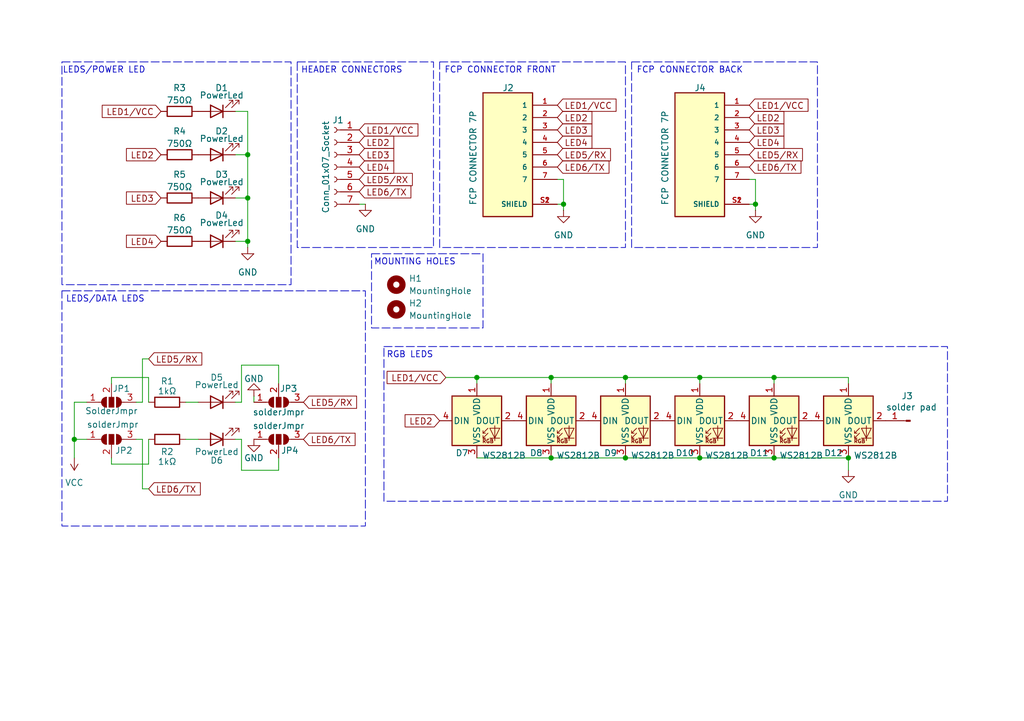
<source format=kicad_sch>
(kicad_sch (version 20231120) (generator "eeschema") (generator_version "8.0")
  (paper "A5")
  (title_block (title "LEDS PCB") (date "2025-01-21") (rev "1") (company "DECTRONICS"))
  (lib_symbols
    (symbol "Connector:Conn_01x01_Pin" (pin_names (offset 1.016) hide)
      (property "Reference" "J" (at 0 2.54 0))
      (property "Value" "Conn_01x01_Pin" (at 0 -2.54 0))
      (symbol "Conn_01x01_Pin_1_1"
        (polyline (pts (xy 1.27 0) (xy 0.8636 0)) (stroke (width 0.1524)))
        (rectangle (start 0.8636 0.127) (end 0 -0.127) (stroke (width 0.1524)) (fill (type outline)))
        (pin passive line (at 5.08 0 180) (length 3.81) (name "Pin_1") (number "1"))
      )
    )
    (symbol "Connector:Conn_01x07_Socket" (pin_names (offset 1.016) hide)
      (property "Reference" "J" (at 0 10.16 0))
      (property "Value" "Conn_01x07_Socket" (at 0 -10.16 0))
      (symbol "Conn_01x07_Socket_1_1"
        (arc (start 0 -7.112) (mid -0.5058 -7.62) (end 0 -8.128) (stroke (width 0.1524)))
        (arc (start 0 -4.572) (mid -0.5058 -5.08) (end 0 -5.588) (stroke (width 0.1524)))
        (arc (start 0 -2.032) (mid -0.5058 -2.54) (end 0 -3.048) (stroke (width 0.1524)))
        (polyline (pts (xy -1.27 -7.62) (xy -0.508 -7.62)) (stroke (width 0.1524)))
        (polyline (pts (xy -1.27 -5.08) (xy -0.508 -5.08)) (stroke (width 0.1524)))
        (polyline (pts (xy -1.27 -2.54) (xy -0.508 -2.54)) (stroke (width 0.1524)))
        (polyline (pts (xy -1.27 0) (xy -0.508 0)) (stroke (width 0.1524)))
        (polyline (pts (xy -1.27 2.54) (xy -0.508 2.54)) (stroke (width 0.1524)))
        (polyline (pts (xy -1.27 5.08) (xy -0.508 5.08)) (stroke (width 0.1524)))
        (polyline (pts (xy -1.27 7.62) (xy -0.508 7.62)) (stroke (width 0.1524)))
        (arc (start 0 0.508) (mid -0.5058 0) (end 0 -0.508) (stroke (width 0.1524)))
        (arc (start 0 3.048) (mid -0.5058 2.54) (end 0 2.032) (stroke (width 0.1524)))
        (arc (start 0 5.588) (mid -0.5058 5.08) (end 0 4.572) (stroke (width 0.1524)))
        (arc (start 0 8.128) (mid -0.5058 7.62) (end 0 7.112) (stroke (width 0.1524)))
        (pin passive line (at -5.08 7.62 0) (length 3.81) (name "Pin_1") (number "1"))
        (pin passive line (at -5.08 5.08 0) (length 3.81) (name "Pin_2") (number "2"))
        (pin passive line (at -5.08 2.54 0) (length 3.81) (name "Pin_3") (number "3"))
        (pin passive line (at -5.08 0 0) (length 3.81) (name "Pin_4") (number "4"))
        (pin passive line (at -5.08 -2.54 0) (length 3.81) (name "Pin_5") (number "5"))
        (pin passive line (at -5.08 -5.08 0) (length 3.81) (name "Pin_6") (number "6"))
        (pin passive line (at -5.08 -7.62 0) (length 3.81) (name "Pin_7") (number "7"))
      )
    )
    (symbol "Device:LED" (pin_numbers hide) (pin_names (offset 1.016) hide)
      (property "Reference" "D" (at 0 2.54 0))
      (property "Value" "LED" (at 0 -2.54 0))
      (symbol "LED_0_1"
        (polyline (pts (xy -1.27 -1.27) (xy -1.27 1.27)) (stroke (width 0.254)))
        (polyline (pts (xy -1.27 0) (xy 1.27 0)))
        (polyline (pts (xy 1.27 -1.27) (xy 1.27 1.27) (xy -1.27 0) (xy 1.27 -1.27)) (stroke (width 0.254)))
        (polyline (pts (xy -3.048 -0.762) (xy -4.572 -2.286) (xy -3.81 -2.286) (xy -4.572 -2.286) (xy -4.572 -1.524)))
        (polyline (pts (xy -1.778 -0.762) (xy -3.302 -2.286) (xy -2.54 -2.286) (xy -3.302 -2.286) (xy -3.302 -1.524)))
      )
      (symbol "LED_1_1"
        (pin passive line (at -3.81 0 0) (length 2.54) (name "K") (number "1"))
        (pin passive line (at 3.81 0 180) (length 2.54) (name "A") (number "2"))
      )
    )
    (symbol "Device:R" (pin_numbers hide) (pin_names (offset 0))
      (property "Reference" "R" (at 2.032 0 90))
      (property "Value" "R" (at 0 0 90))
      (symbol "R_0_1"
        (rectangle (start -1.016 -2.54) (end 1.016 2.54) (stroke (width 0.254)))
      )
      (symbol "R_1_1"
        (pin passive line (at 0 3.81 270) (length 1.27) (name "~") (number "1"))
        (pin passive line (at 0 -3.81 90) (length 1.27) (name "~") (number "2"))
      )
    )
    (symbol "FCP7P:84953-7" (pin_names (offset 1.016))
      (property "Reference" "J" (at -5.08 13.97 0))
      (property "Value" "84953-7" (at -5.08 -15.24 0))
      (symbol "84953-7_0_0"
        (rectangle (start -5.08 -12.7) (end 5.08 12.7) (stroke (width 0.254)) (fill (type background)))
        (pin passive line (at -10.16 10.16 0) (length 5.08) (name "1") (number "1"))
        (pin passive line (at -10.16 7.62 0) (length 5.08) (name "2") (number "2"))
        (pin passive line (at -10.16 5.08 0) (length 5.08) (name "3") (number "3"))
        (pin passive line (at -10.16 2.54 0) (length 5.08) (name "4") (number "4"))
        (pin passive line (at -10.16 0 0) (length 5.08) (name "5") (number "5"))
        (pin passive line (at -10.16 -2.54 0) (length 5.08) (name "6") (number "6"))
        (pin passive line (at -10.16 -5.08 0) (length 5.08) (name "7") (number "7"))
        (pin passive line (at -10.16 -10.16 0) (length 5.08) (name "SHIELD") (number "S1"))
        (pin passive line (at -10.16 -10.16 0) (length 5.08) (name "SHIELD") (number "S2"))
      )
    )
    (symbol "Jumper:SolderJumper_3_Open" (pin_names (offset 0) hide) (exclude_from_sim yes) (in_bom no)
      (property "Reference" "JP" (at -2.54 -2.54 0))
      (property "Value" "SolderJumper_3_Open" (at 0 2.794 0))
      (symbol "SolderJumper_3_Open_0_1"
        (arc (start -1.016 1.016) (mid -2.0276 0) (end -1.016 -1.016))
        (arc (start -1.016 1.016) (mid -2.0276 0) (end -1.016 -1.016) (fill (type outline)))
        (rectangle (start -0.508 1.016) (end 0.508 -1.016) (fill (type outline)))
        (polyline (pts (xy -2.54 0) (xy -2.032 0)))
        (polyline (pts (xy -1.016 1.016) (xy -1.016 -1.016)))
        (polyline (pts (xy 0 -1.27) (xy 0 -1.016)))
        (polyline (pts (xy 1.016 1.016) (xy 1.016 -1.016)))
        (polyline (pts (xy 2.54 0) (xy 2.032 0)))
        (arc (start 1.016 -1.016) (mid 2.0276 0) (end 1.016 1.016))
        (arc (start 1.016 -1.016) (mid 2.0276 0) (end 1.016 1.016) (fill (type outline)))
      )
      (symbol "SolderJumper_3_Open_1_1"
        (pin passive line (at -5.08 0 0) (length 2.54) (name "A") (number "1"))
        (pin passive line (at 0 -3.81 90) (length 2.54) (name "C") (number "2"))
        (pin passive line (at 5.08 0 180) (length 2.54) (name "B") (number "3"))
      )
    )
    (symbol "LED:WS2812B" (pin_names (offset 0.254))
      (property "Reference" "D" (at 5.08 5.715 0))
      (property "Value" "WS2812B" (at 1.27 -5.715 0))
      (symbol "WS2812B_0_0"
        (text "RGB" (at 2.286 -4.191 0) (effects (font (size 0.762 0.762))))
      )
      (symbol "WS2812B_0_1"
        (polyline (pts (xy 1.27 -3.556) (xy 1.778 -3.556)))
        (polyline (pts (xy 1.27 -2.54) (xy 1.778 -2.54)))
        (polyline (pts (xy 4.699 -3.556) (xy 2.667 -3.556)))
        (polyline (pts (xy 2.286 -2.54) (xy 1.27 -3.556) (xy 1.27 -3.048)))
        (polyline (pts (xy 2.286 -1.524) (xy 1.27 -2.54) (xy 1.27 -2.032)))
        (polyline (pts (xy 3.683 -1.016) (xy 3.683 -3.556) (xy 3.683 -4.064)))
        (polyline (pts (xy 4.699 -1.524) (xy 2.667 -1.524) (xy 3.683 -3.556) (xy 4.699 -1.524)))
        (rectangle (start 5.08 5.08) (end -5.08 -5.08) (stroke (width 0.254)) (fill (type background)))
      )
      (symbol "WS2812B_1_1"
        (pin power_in line (at 0 7.62 270) (length 2.54) (name "VDD") (number "1"))
        (pin output line (at 7.62 0 180) (length 2.54) (name "DOUT") (number "2"))
        (pin power_in line (at 0 -7.62 90) (length 2.54) (name "VSS") (number "3"))
        (pin input line (at -7.62 0 0) (length 2.54) (name "DIN") (number "4"))
      )
    )
    (symbol "Mechanical:MountingHole" (pin_names (offset 1.016))
      (property "Reference" "H" (at 0 5.08 0))
      (property "Value" "MountingHole" (at 0 3.175 0))
      (symbol "MountingHole_0_1"
        (circle (center 0 0) (radius 1.27) (stroke (width 1.27)))
      )
    )
    (symbol "power:GND" (power) (pin_numbers hide) (pin_names (offset 0) hide)
      (property "Value" "GND" (at 0 -3.81 0))
      (symbol "GND_0_1"
        (polyline (pts (xy 0 0) (xy 0 -1.27) (xy 1.27 -1.27) (xy 0 -2.54) (xy -1.27 -1.27) (xy 0 -1.27)))
      )
      (symbol "GND_1_1"
        (pin power_in line (at 0 0 270) (length 0) (name "~") (number "1"))
      )
    )
    (symbol "power:VCC" (power) (pin_numbers hide) (pin_names (offset 0) hide)
      (property "Value" "VCC" (at 0 3.556 0))
      (symbol "VCC_0_1"
        (polyline (pts (xy -0.762 1.27) (xy 0 2.54)))
        (polyline (pts (xy 0 0) (xy 0 2.54)))
        (polyline (pts (xy 0 2.54) (xy 0.762 1.27)))
      )
      (symbol "VCC_1_1"
        (pin power_in line (at 0 0 90) (length 0) (name "~") (number "1"))
      )
    )
  )
  (junction (at 143.51 77.47))
  (junction (at 128.27 93.98))
  (junction (at 154.94 41.91))
  (junction (at 113.03 77.47))
  (junction (at 50.8 40.64))
  (junction (at 173.99 93.98))
  (junction (at 128.27 77.47))
  (junction (at 97.79 77.47))
  (junction (at 115.57 41.91))
  (junction (at 158.75 77.47))
  (junction (at 113.03 93.98))
  (junction (at 143.51 93.98))
  (junction (at 50.8 31.75))
  (junction (at 158.75 93.98))
  (junction (at 15.24 90.17))
  (junction (at 50.8 49.53))
  (wire (pts (xy 173.99 77.47) (xy 173.99 78.74)))
  (wire (pts (xy 22.86 77.47) (xy 22.86 78.74)))
  (wire (pts (xy 29.21 90.17) (xy 27.94 90.17)))
  (wire (pts (xy 29.21 90.17) (xy 29.21 100.33)))
  (wire (pts (xy 143.51 77.47) (xy 143.51 78.74)))
  (wire (pts (xy 29.21 82.55) (xy 29.21 73.66)))
  (wire (pts (xy 49.53 74.93) (xy 49.53 82.55)))
  (wire (pts (xy 57.15 96.52) (xy 57.15 93.98)))
  (wire (pts (xy 49.53 96.52) (xy 57.15 96.52)))
  (wire (pts (xy 128.27 77.47) (xy 128.27 78.74)))
  (wire (pts (xy 115.57 36.83) (xy 114.3 36.83)))
  (wire (pts (xy 50.8 31.75) (xy 48.26 31.75)))
  (wire (pts (xy 30.48 95.25) (xy 22.86 95.25)))
  (wire (pts (xy 115.57 41.91) (xy 115.57 36.83)))
  (wire (pts (xy 91.44 77.47) (xy 97.79 77.47)))
  (wire (pts (xy 97.79 77.47) (xy 113.03 77.47)))
  (wire (pts (xy 22.86 95.25) (xy 22.86 93.98)))
  (wire (pts (xy 29.21 100.33) (xy 30.48 100.33)))
  (wire (pts (xy 154.94 36.83) (xy 153.67 36.83)))
  (wire (pts (xy 48.26 90.17) (xy 49.53 90.17)))
  (wire (pts (xy 154.94 43.18) (xy 154.94 41.91)))
  (wire (pts (xy 74.93 41.91) (xy 73.66 41.91)))
  (wire (pts (xy 158.75 77.47) (xy 173.99 77.47)))
  (wire (pts (xy 128.27 77.47) (xy 143.51 77.47)))
  (wire (pts (xy 50.8 40.64) (xy 50.8 31.75)))
  (wire (pts (xy 154.94 41.91) (xy 154.94 36.83)))
  (wire (pts (xy 158.75 93.98) (xy 173.99 93.98)))
  (wire (pts (xy 49.53 82.55) (xy 48.26 82.55)))
  (wire (pts (xy 114.3 41.91) (xy 115.57 41.91)))
  (wire (pts (xy 27.94 82.55) (xy 29.21 82.55)))
  (wire (pts (xy 30.48 77.47) (xy 22.86 77.47)))
  (wire (pts (xy 115.57 43.18) (xy 115.57 41.91)))
  (wire (pts (xy 48.26 40.64) (xy 50.8 40.64)))
  (wire (pts (xy 15.24 93.98) (xy 15.24 90.17)))
  (wire (pts (xy 153.67 41.91) (xy 154.94 41.91)))
  (wire (pts (xy 113.03 93.98) (xy 128.27 93.98)))
  (wire (pts (xy 38.1 82.55) (xy 40.64 82.55)))
  (wire (pts (xy 97.79 93.98) (xy 113.03 93.98)))
  (wire (pts (xy 57.15 78.74) (xy 57.15 74.93)))
  (wire (pts (xy 48.26 22.86) (xy 50.8 22.86)))
  (wire (pts (xy 113.03 77.47) (xy 128.27 77.47)))
  (wire (pts (xy 50.8 49.53) (xy 50.8 40.64)))
  (wire (pts (xy 57.15 74.93) (xy 49.53 74.93)))
  (wire (pts (xy 48.26 49.53) (xy 50.8 49.53)))
  (wire (pts (xy 38.1 90.17) (xy 40.64 90.17)))
  (wire (pts (xy 143.51 77.47) (xy 158.75 77.47)))
  (wire (pts (xy 52.07 81.28) (xy 52.07 82.55)))
  (wire (pts (xy 50.8 50.8) (xy 50.8 49.53)))
  (wire (pts (xy 15.24 90.17) (xy 17.78 90.17)))
  (wire (pts (xy 128.27 93.98) (xy 143.51 93.98)))
  (wire (pts (xy 15.24 82.55) (xy 15.24 90.17)))
  (wire (pts (xy 15.24 82.55) (xy 17.78 82.55)))
  (wire (pts (xy 49.53 90.17) (xy 49.53 96.52)))
  (wire (pts (xy 97.79 77.47) (xy 97.79 78.74)))
  (wire (pts (xy 158.75 77.47) (xy 158.75 78.74)))
  (wire (pts (xy 30.48 82.55) (xy 30.48 77.47)))
  (wire (pts (xy 143.51 93.98) (xy 158.75 93.98)))
  (wire (pts (xy 113.03 77.47) (xy 113.03 78.74)))
  (wire (pts (xy 50.8 22.86) (xy 50.8 31.75)))
  (wire (pts (xy 173.99 93.98) (xy 173.99 96.52)))
  (wire (pts (xy 30.48 90.17) (xy 30.48 95.25)))
  (wire (pts (xy 29.21 73.66) (xy 30.48 73.66)))
  (rectangle (start 12.7 12.7) (end 59.69 58.42) (stroke (width 0) (type dash)))
  (rectangle (start 78.74 71.12) (end 194.31 102.87) (stroke (width 0) (type dash)))
  (rectangle (start 12.7 59.69) (end 74.93 107.95) (stroke (width 0) (type dash)))
  (rectangle (start 129.54 12.7) (end 167.64 50.8) (stroke (width 0) (type dash)))
  (rectangle (start 76.2 52.07) (end 99.06 67.31) (stroke (width 0) (type dash)))
  (rectangle (start 90.17 12.7) (end 128.27 50.8) (stroke (width 0) (type dash)))
  (rectangle (start 60.96 12.7) (end 88.9 50.8) (stroke (width 0) (type dash)))
  (text "LEDS/POWER LED" (at 21.336 14.478 0) (effects (font (size 1.27 1.27))))
  (text "LEDS/DATA LEDS" (at 21.59 61.468 0) (effects (font (size 1.27 1.27))))
  (text "RGB LEDS" (at 84.074 72.898 0) (effects (font (size 1.27 1.27))))
  (text "FCP CONNECTOR BACK" (at 141.478 14.478 0) (effects (font (size 1.27 1.27))))
  (text "MOUNTING HOLES" (at 85.09 53.848 0) (effects (font (size 1.27 1.27))))
  (text "FCP CONNECTOR FRONT" (at 102.616 14.478 0) (effects (font (size 1.27 1.27))))
  (text "HEADER CONNECTORS" (at 72.136 14.478 0) (effects (font (size 1.27 1.27))))
  (global_label "LED5{slash}RX" (shape input) (at 73.66 36.83 0) (property "Intersheetrefs" "${INTERSHEET_REFS}" (effects (hide yes))))
  (global_label "LED5{slash}RX" (shape input) (at 153.67 31.75 0) (property "Intersheetrefs" "${INTERSHEET_REFS}" (effects (hide yes))))
  (global_label "LED6{slash}TX" (shape input) (at 62.23 90.17 0) (property "Intersheetrefs" "${INTERSHEET_REFS}" (effects (hide yes))))
  (global_label "LED5{slash}RX" (shape input) (at 30.48 73.66 0) (property "Intersheetrefs" "${INTERSHEET_REFS}" (effects (hide yes))))
  (global_label "LED5{slash}RX" (shape input) (at 114.3 31.75 0) (property "Intersheetrefs" "${INTERSHEET_REFS}" (effects (hide yes))))
  (global_label "LED3" (shape input) (at 153.67 26.67 0) (property "Intersheetrefs" "${INTERSHEET_REFS}" (effects (hide yes))))
  (global_label "LED4" (shape input) (at 153.67 29.21 0) (property "Intersheetrefs" "${INTERSHEET_REFS}" (effects (hide yes))))
  (global_label "LED1{slash}VCC" (shape input) (at 91.44 77.47 180) (property "Intersheetrefs" "${INTERSHEET_REFS}" (effects (hide yes))))
  (global_label "LED3" (shape input) (at 33.02 40.64 180) (property "Intersheetrefs" "${INTERSHEET_REFS}" (effects (hide yes))))
  (global_label "LED2" (shape input) (at 73.66 29.21 0) (property "Intersheetrefs" "${INTERSHEET_REFS}" (effects (hide yes))))
  (global_label "LED1{slash}VCC" (shape input) (at 73.66 26.67 0) (property "Intersheetrefs" "${INTERSHEET_REFS}" (effects (hide yes))))
  (global_label "LED6{slash}TX" (shape input) (at 73.66 39.37 0) (property "Intersheetrefs" "${INTERSHEET_REFS}" (effects (hide yes))))
  (global_label "LED3" (shape input) (at 73.66 31.75 0) (property "Intersheetrefs" "${INTERSHEET_REFS}" (effects (hide yes))))
  (global_label "LED2" (shape input) (at 90.17 86.36 180) (property "Intersheetrefs" "${INTERSHEET_REFS}" (effects (hide yes))))
  (global_label "LED6{slash}TX" (shape input) (at 114.3 34.29 0) (property "Intersheetrefs" "${INTERSHEET_REFS}" (effects (hide yes))))
  (global_label "LED6{slash}TX" (shape input) (at 153.67 34.29 0) (property "Intersheetrefs" "${INTERSHEET_REFS}" (effects (hide yes))))
  (global_label "LED3" (shape input) (at 114.3 26.67 0) (property "Intersheetrefs" "${INTERSHEET_REFS}" (effects (hide yes))))
  (global_label "LED4" (shape input) (at 114.3 29.21 0) (property "Intersheetrefs" "${INTERSHEET_REFS}" (effects (hide yes))))
  (global_label "LED4" (shape input) (at 73.66 34.29 0) (property "Intersheetrefs" "${INTERSHEET_REFS}" (effects (hide yes))))
  (global_label "LED2" (shape input) (at 33.02 31.75 180) (property "Intersheetrefs" "${INTERSHEET_REFS}" (effects (hide yes))))
  (global_label "LED1{slash}VCC" (shape input) (at 114.3 21.59 0) (property "Intersheetrefs" "${INTERSHEET_REFS}" (effects (hide yes))))
  (global_label "LED2" (shape input) (at 114.3 24.13 0) (property "Intersheetrefs" "${INTERSHEET_REFS}" (effects (hide yes))))
  (global_label "LED1{slash}VCC" (shape input) (at 33.02 22.86 180) (property "Intersheetrefs" "${INTERSHEET_REFS}" (effects (hide yes))))
  (global_label "LED2" (shape input) (at 153.67 24.13 0) (property "Intersheetrefs" "${INTERSHEET_REFS}" (effects (hide yes))))
  (global_label "LED1{slash}VCC" (shape input) (at 153.67 21.59 0) (property "Intersheetrefs" "${INTERSHEET_REFS}" (effects (hide yes))))
  (global_label "LED5{slash}RX" (shape input) (at 62.23 82.55 0) (property "Intersheetrefs" "${INTERSHEET_REFS}" (effects (hide yes))))
  (global_label "LED4" (shape input) (at 33.02 49.53 180) (property "Intersheetrefs" "${INTERSHEET_REFS}" (effects (hide yes))))
  (global_label "LED6{slash}TX" (shape input) (at 30.48 100.33 0) (property "Intersheetrefs" "${INTERSHEET_REFS}" (effects (hide yes))))
  (symbol (lib_id "LED:WS2812B") (at 97.79 86.36 0) (unit 1)
    (property "Reference" "D7" (at 94.742 92.964 0))
    (property "Value" "WS2812B" (at 103.378 93.472 0))
    (property "Footprint" "LED_SMD:LED_WS2812B_PLCC4_5.0x5.0mm_P3.2mm" (effects (hide yes)))
    (property "Datasheet" "https://cdn-shop.adafruit.com/datasheets/WS2812B.pdf" (effects (hide yes)))
    (property "Description" "RGB LED with integrated controller" (effects (hide yes)))
  )
  (symbol (lib_id "power:GND") (at 154.94 43.18 0) (unit 1)
    (property "Reference" "#PWR06" (effects (hide yes)))
    (property "Value" "GND" (at 154.94 48.26 0))
    (property "Description" "Power symbol creates a global label with name \"GND\" , ground" (effects (hide yes)))
  )
  (symbol (lib_id "Jumper:SolderJumper_3_Open") (at 22.86 90.17 0) (unit 1) (exclude_from_sim yes) (in_bom no)
    (property "Reference" "JP2" (at 25.4 92.456 0))
    (property "Value" "solderJmpr" (at 23.114 87.122 0))
    (property "Footprint" "Jumper:SolderJumper-3_P2.0mm_Open_TrianglePad1.0x1.5mm_NumberLabels" (effects (hide yes)))
    (property "Description" "Solder Jumper, 3-pole, open" (effects (hide yes)))
  )
  (symbol (lib_id "FCP7P:84953-7") (at 104.14 31.75 0) (mirror y) (unit 1)
    (property "Reference" "J2" (at 105.41 18.034 0) (effects (justify left)))
    (property "Value" "FCP CONNECTOR 7P" (at 97.028 42.164 90) (effects (justify left)))
    (property "Footprint" "fcp7P:FCP7P" (effects (hide yes)))
    (property "Comment" "84953-7" (effects (hide yes)))
    (property "MF" "TE Connectivity" (effects (hide yes)))
    (property "MAXIMUM_PACKAGE_HEIGHT" "2.74  mm" (effects (hide yes)))
    (property "Package" "None" (effects (hide yes)))
    (property "Price" "None" (effects (hide yes)))
    (property "Check_prices" "https://www.snapeda.com/parts/84953-7/TE+Connectivity+AMP+Connectors/view-part/?ref=eda" (effects (hide yes)))
    (property "STANDARD" "Manufacturer Recommendations" (effects (hide yes)))
    (property "PARTREV" "A4" (effects (hide yes)))
    (property "SnapEDA_Link" "https://www.snapeda.com/parts/84953-7/TE+Connectivity+AMP+Connectors/view-part/?ref=snap" (effects (hide yes)))
    (property "MP" "84953-7" (effects (hide yes)))
    (property "EU_RoHS_Compliance" "Compliant" (effects (hide yes)))
    (property "Description_1" "\n                        \n                            FPC Series 7 Position 1 mm Surface Mount Right Angle Slide Lock FFC/FPC\n                        \n" (effects (hide yes)))
    (property "Availability" "In Stock" (effects (hide yes)))
    (property "MANUFACTURER" "TE Connectivity" (effects (hide yes)))
  )
  (symbol (lib_id "power:GND") (at 173.99 96.52 0) (unit 1)
    (property "Reference" "#PWR08" (effects (hide yes)))
    (property "Value" "GND" (at 173.99 101.6 0))
    (property "Description" "Power symbol creates a global label with name \"GND\" , ground" (effects (hide yes)))
  )
  (symbol (lib_id "power:GND") (at 52.07 81.28 180) (unit 1)
    (property "Reference" "#PWR03" (effects (hide yes)))
    (property "Value" "GND" (at 52.07 77.724 0))
    (property "Description" "Power symbol creates a global label with name \"GND\" , ground" (effects (hide yes)))
  )
  (symbol (lib_id "Device:LED") (at 44.45 82.55 180) (unit 1)
    (property "Reference" "D5" (at 44.45 77.47 0))
    (property "Value" "PowerLed" (at 44.45 78.994 0))
    (property "Footprint" "LED_SMD:LED_0805_2012Metric" (effects (hide yes)))
    (property "Description" "Light emitting diode" (effects (hide yes)))
  )
  (symbol (lib_id "Device:LED") (at 44.45 40.64 180) (unit 1)
    (property "Reference" "D3" (at 45.466 35.814 0))
    (property "Value" "PowerLed" (at 45.466 37.338 0))
    (property "Footprint" "LED_SMD:LED_0805_2012Metric" (effects (hide yes)))
    (property "Description" "Light emitting diode" (effects (hide yes)))
  )
  (symbol (lib_id "power:GND") (at 115.57 43.18 0) (unit 1)
    (property "Reference" "#PWR07" (effects (hide yes)))
    (property "Value" "GND" (at 115.57 48.26 0))
    (property "Description" "Power symbol creates a global label with name \"GND\" , ground" (effects (hide yes)))
  )
  (symbol (lib_id "Device:R") (at 36.83 40.64 90) (unit 1)
    (property "Reference" "R5" (at 36.83 35.814 90))
    (property "Value" "750Ω" (at 36.83 38.354 90))
    (property "Footprint" "Resistor_SMD:R_0805_2012Metric_Pad1.20x1.40mm_HandSolder" (effects (hide yes)))
    (property "Description" "Resistor" (effects (hide yes)))
  )
  (symbol (lib_id "Jumper:SolderJumper_3_Open") (at 57.15 82.55 0) (mirror x) (unit 1) (exclude_from_sim yes) (in_bom no)
    (property "Reference" "JP3" (at 59.182 79.756 0))
    (property "Value" "solderJmpr" (at 57.15 84.582 0))
    (property "Footprint" "Jumper:SolderJumper-3_P2.0mm_Open_TrianglePad1.0x1.5mm_NumberLabels" (effects (hide yes)))
    (property "Description" "Solder Jumper, 3-pole, open" (effects (hide yes)))
  )
  (symbol (lib_id "power:GND") (at 50.8 50.8 0) (unit 1)
    (property "Reference" "#PWR02" (effects (hide yes)))
    (property "Value" "GND" (at 50.8 55.88 0))
    (property "Description" "Power symbol creates a global label with name \"GND\" , ground" (effects (hide yes)))
  )
  (symbol (lib_id "Connector:Conn_01x01_Pin") (at 186.69 86.36 180) (unit 1)
    (property "Reference" "J3" (at 186.055 81.28 0))
    (property "Value" "solder pad" (at 186.944 83.566 0))
    (property "Footprint" "TestPoint:TestPoint_Pad_D1.5mm" (effects (hide yes)))
    (property "Description" "Generic connector, single row, 01x01, script generated" (effects (hide yes)))
  )
  (symbol (lib_id "LED:WS2812B") (at 158.75 86.36 0) (unit 1)
    (property "Reference" "D11" (at 155.702 92.964 0))
    (property "Value" "WS2812B" (at 164.338 93.472 0))
    (property "Footprint" "LED_SMD:LED_WS2812B_PLCC4_5.0x5.0mm_P3.2mm" (effects (hide yes)))
    (property "Datasheet" "https://cdn-shop.adafruit.com/datasheets/WS2812B.pdf" (effects (hide yes)))
    (property "Description" "RGB LED with integrated controller" (effects (hide yes)))
  )
  (symbol (lib_id "Device:R") (at 36.83 49.53 90) (unit 1)
    (property "Reference" "R6" (at 36.83 44.704 90))
    (property "Value" "750Ω" (at 36.83 47.244 90))
    (property "Footprint" "Resistor_SMD:R_0805_2012Metric_Pad1.20x1.40mm_HandSolder" (effects (hide yes)))
    (property "Description" "Resistor" (effects (hide yes)))
  )
  (symbol (lib_id "Mechanical:MountingHole") (at 81.28 58.42 0) (unit 1)
    (property "Reference" "H1" (at 83.82 57.1499 0) (effects (justify left)))
    (property "Value" "MountingHole" (at 83.82 59.6899 0) (effects (justify left)))
    (property "Footprint" "MountingHole:MountingHole_2.2mm_M2" (effects (hide yes)))
    (property "Description" "Mounting Hole without connection" (effects (hide yes)))
  )
  (symbol (lib_id "Device:R") (at 36.83 31.75 90) (unit 1)
    (property "Reference" "R4" (at 36.83 26.924 90))
    (property "Value" "750Ω" (at 36.83 29.464 90))
    (property "Footprint" "Resistor_SMD:R_0805_2012Metric_Pad1.20x1.40mm_HandSolder" (effects (hide yes)))
    (property "Description" "Resistor" (effects (hide yes)))
  )
  (symbol (lib_id "power:VCC") (at 15.24 93.98 180) (unit 1)
    (property "Reference" "#PWR01" (effects (hide yes)))
    (property "Value" "VCC" (at 15.24 99.06 0))
    (property "Description" "Power symbol creates a global label with name \"VCC\"" (effects (hide yes)))
  )
  (symbol (lib_id "LED:WS2812B") (at 173.99 86.36 0) (unit 1)
    (property "Reference" "D12" (at 170.942 92.964 0))
    (property "Value" "WS2812B" (at 179.578 93.472 0))
    (property "Footprint" "LED_SMD:LED_WS2812B_PLCC4_5.0x5.0mm_P3.2mm" (effects (hide yes)))
    (property "Datasheet" "https://cdn-shop.adafruit.com/datasheets/WS2812B.pdf" (effects (hide yes)))
    (property "Description" "RGB LED with integrated controller" (effects (hide yes)))
  )
  (symbol (lib_id "power:GND") (at 52.07 90.17 0) (unit 1)
    (property "Reference" "#PWR04" (effects (hide yes)))
    (property "Value" "GND" (at 52.07 93.98 0))
    (property "Description" "Power symbol creates a global label with name \"GND\" , ground" (effects (hide yes)))
  )
  (symbol (lib_id "Jumper:SolderJumper_3_Open") (at 22.86 82.55 0) (mirror x) (unit 1) (exclude_from_sim yes) (in_bom no)
    (property "Reference" "JP1" (at 24.892 79.756 0))
    (property "Value" "SolderJmpr" (at 22.86 84.328 0))
    (property "Footprint" "Jumper:SolderJumper-3_P2.0mm_Open_TrianglePad1.0x1.5mm_NumberLabels" (effects (hide yes)))
    (property "Description" "Solder Jumper, 3-pole, open" (effects (hide yes)))
  )
  (symbol (lib_id "LED:WS2812B") (at 143.51 86.36 0) (unit 1)
    (property "Reference" "D10" (at 140.462 92.964 0))
    (property "Value" "WS2812B" (at 149.098 93.472 0))
    (property "Footprint" "LED_SMD:LED_WS2812B_PLCC4_5.0x5.0mm_P3.2mm" (effects (hide yes)))
    (property "Datasheet" "https://cdn-shop.adafruit.com/datasheets/WS2812B.pdf" (effects (hide yes)))
    (property "Description" "RGB LED with integrated controller" (effects (hide yes)))
  )
  (symbol (lib_id "Device:R") (at 34.29 82.55 90) (unit 1)
    (property "Reference" "R1" (at 34.29 78.232 90))
    (property "Value" "1kΩ" (at 34.29 80.264 90))
    (property "Footprint" "Resistor_SMD:R_0805_2012Metric_Pad1.20x1.40mm_HandSolder" (effects (hide yes)))
    (property "Description" "Resistor" (effects (hide yes)))
  )
  (symbol (lib_id "Device:LED") (at 44.45 31.75 180) (unit 1)
    (property "Reference" "D2" (at 45.466 26.924 0))
    (property "Value" "PowerLed" (at 45.466 28.448 0))
    (property "Footprint" "LED_SMD:LED_0805_2012Metric" (effects (hide yes)))
    (property "Description" "Light emitting diode" (effects (hide yes)))
  )
  (symbol (lib_id "Device:R") (at 34.29 90.17 90) (unit 1)
    (property "Reference" "R2" (at 34.29 92.71 90))
    (property "Value" "1kΩ" (at 34.29 94.742 90))
    (property "Footprint" "Resistor_SMD:R_0805_2012Metric_Pad1.20x1.40mm_HandSolder" (effects (hide yes)))
    (property "Description" "Resistor" (effects (hide yes)))
  )
  (symbol (lib_id "LED:WS2812B") (at 128.27 86.36 0) (unit 1)
    (property "Reference" "D9" (at 125.222 92.964 0))
    (property "Value" "WS2812B" (at 133.858 93.472 0))
    (property "Footprint" "LED_SMD:LED_WS2812B_PLCC4_5.0x5.0mm_P3.2mm" (effects (hide yes)))
    (property "Datasheet" "https://cdn-shop.adafruit.com/datasheets/WS2812B.pdf" (effects (hide yes)))
    (property "Description" "RGB LED with integrated controller" (effects (hide yes)))
  )
  (symbol (lib_id "Mechanical:MountingHole") (at 81.28 63.5 0) (unit 1)
    (property "Reference" "H2" (at 83.82 62.2299 0) (effects (justify left)))
    (property "Value" "MountingHole" (at 83.82 64.7699 0) (effects (justify left)))
    (property "Footprint" "MountingHole:MountingHole_2.2mm_M2" (effects (hide yes)))
    (property "Description" "Mounting Hole without connection" (effects (hide yes)))
  )
  (symbol (lib_id "Device:LED") (at 44.45 49.53 180) (unit 1)
    (property "Reference" "D4" (at 45.466 44.196 0))
    (property "Value" "PowerLed" (at 45.466 45.72 0))
    (property "Footprint" "LED_SMD:LED_0805_2012Metric" (effects (hide yes)))
    (property "Description" "Light emitting diode" (effects (hide yes)))
  )
  (symbol (lib_id "LED:WS2812B") (at 113.03 86.36 0) (unit 1)
    (property "Reference" "D8" (at 109.982 92.964 0))
    (property "Value" "WS2812B" (at 118.618 93.472 0))
    (property "Footprint" "LED_SMD:LED_WS2812B_PLCC4_5.0x5.0mm_P3.2mm" (effects (hide yes)))
    (property "Datasheet" "https://cdn-shop.adafruit.com/datasheets/WS2812B.pdf" (effects (hide yes)))
    (property "Description" "RGB LED with integrated controller" (effects (hide yes)))
  )
  (symbol (lib_id "Connector:Conn_01x07_Socket") (at 68.58 34.29 0) (mirror y) (unit 1)
    (property "Reference" "J1" (at 69.342 24.638 0))
    (property "Value" "Conn_01x07_Socket" (at 66.802 34.29 90))
    (property "Footprint" "Connector_PinHeader_2.54mm:PinHeader_1x07_P2.54mm_Vertical" (effects (hide yes)))
    (property "Description" "Generic connector, single row, 01x07, script generated" (effects (hide yes)))
  )
  (symbol (lib_id "Device:LED") (at 44.45 90.17 180) (unit 1)
    (property "Reference" "D6" (at 44.45 94.488 0))
    (property "Value" "PowerLed" (at 44.45 92.71 0))
    (property "Footprint" "LED_SMD:LED_0805_2012Metric" (effects (hide yes)))
    (property "Description" "Light emitting diode" (effects (hide yes)))
  )
  (symbol (lib_id "Device:LED") (at 44.45 22.86 180) (unit 1)
    (property "Reference" "D1" (at 45.466 18.034 0))
    (property "Value" "PowerLed" (at 45.466 19.558 0))
    (property "Footprint" "LED_SMD:LED_0805_2012Metric" (effects (hide yes)))
    (property "Description" "Light emitting diode" (effects (hide yes)))
  )
  (symbol (lib_id "Device:R") (at 36.83 22.86 90) (unit 1)
    (property "Reference" "R3" (at 36.83 18.034 90))
    (property "Value" "750Ω" (at 36.83 20.574 90))
    (property "Footprint" "Resistor_SMD:R_0805_2012Metric_Pad1.20x1.40mm_HandSolder" (effects (hide yes)))
    (property "Description" "Resistor" (effects (hide yes)))
  )
  (symbol (lib_id "FCP7P:84953-7") (at 143.51 31.75 0) (mirror y) (unit 1)
    (property "Reference" "J4" (at 144.78 18.034 0) (effects (justify left)))
    (property "Value" "FCP CONNECTOR 7P" (at 136.398 42.164 90) (effects (justify left)))
    (property "Footprint" "fcp7P:FCP7P" (effects (hide yes)))
    (property "Comment" "84953-7" (effects (hide yes)))
    (property "MF" "TE Connectivity" (effects (hide yes)))
    (property "MAXIMUM_PACKAGE_HEIGHT" "2.74  mm" (effects (hide yes)))
    (property "Package" "None" (effects (hide yes)))
    (property "Price" "None" (effects (hide yes)))
    (property "Check_prices" "https://www.snapeda.com/parts/84953-7/TE+Connectivity+AMP+Connectors/view-part/?ref=eda" (effects (hide yes)))
    (property "STANDARD" "Manufacturer Recommendations" (effects (hide yes)))
    (property "PARTREV" "A4" (effects (hide yes)))
    (property "SnapEDA_Link" "https://www.snapeda.com/parts/84953-7/TE+Connectivity+AMP+Connectors/view-part/?ref=snap" (effects (hide yes)))
    (property "MP" "84953-7" (effects (hide yes)))
    (property "EU_RoHS_Compliance" "Compliant" (effects (hide yes)))
    (property "Description_1" "\n                        \n                            FPC Series 7 Position 1 mm Surface Mount Right Angle Slide Lock FFC/FPC\n                        \n" (effects (hide yes)))
    (property "Availability" "In Stock" (effects (hide yes)))
    (property "MANUFACTURER" "TE Connectivity" (effects (hide yes)))
  )
  (symbol (lib_id "Jumper:SolderJumper_3_Open") (at 57.15 90.17 0) (unit 1) (exclude_from_sim yes) (in_bom no)
    (property "Reference" "JP4" (at 59.436 92.456 0))
    (property "Value" "solderJmpr" (at 57.15 87.376 0))
    (property "Footprint" "Jumper:SolderJumper-3_P2.0mm_Open_TrianglePad1.0x1.5mm_NumberLabels" (effects (hide yes)))
    (property "Description" "Solder Jumper, 3-pole, open" (effects (hide yes)))
  )
  (symbol (lib_id "power:GND") (at 74.93 41.91 0) (unit 1)
    (property "Reference" "#PWR05" (effects (hide yes)))
    (property "Value" "GND" (at 74.93 46.99 0))
    (property "Description" "Power symbol creates a global label with name \"GND\" , ground" (effects (hide yes)))
  )
)
</source>
